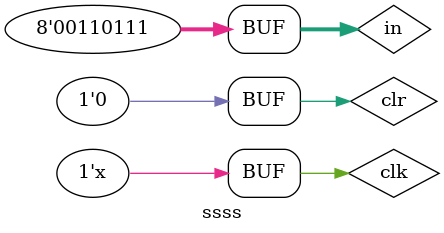
<source format=v>
`timescale 1ns / 1ps


module ssss;

	// Inputs
	reg [7:0] in;
	reg clk;
	reg clr;

	// Outputs
	wire out;

	// Instantiate the Unit Under Test (UUT)
	id_fsm uut (
		.in(in), 
		.clk(clk), 
		.clr(clr), 
		.out(out)
	);

	initial begin
		// Initialize Inputs
		in = 0;
		clk = 0;
		clr = 0;

		// Wait 100 ns for global reset to finish
		#100;
      in="2";
		#10;
		in="6";
		#10;
		in="*";
		#10;
		in="7";
		// Add stimulus here

	end
   always #5 clk=~clk;
endmodule


</source>
